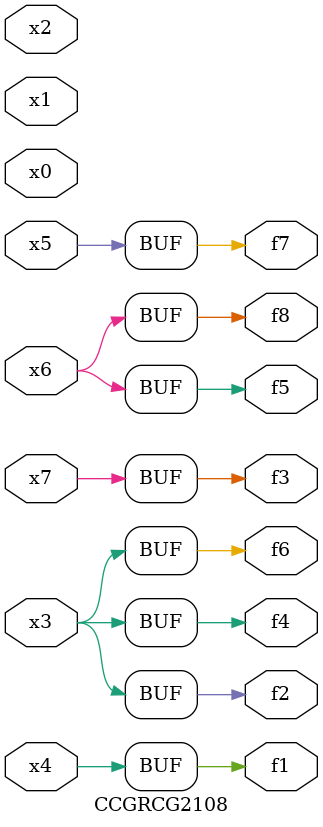
<source format=v>
module CCGRCG2108(
	input x0, x1, x2, x3, x4, x5, x6, x7,
	output f1, f2, f3, f4, f5, f6, f7, f8
);
	assign f1 = x4;
	assign f2 = x3;
	assign f3 = x7;
	assign f4 = x3;
	assign f5 = x6;
	assign f6 = x3;
	assign f7 = x5;
	assign f8 = x6;
endmodule

</source>
